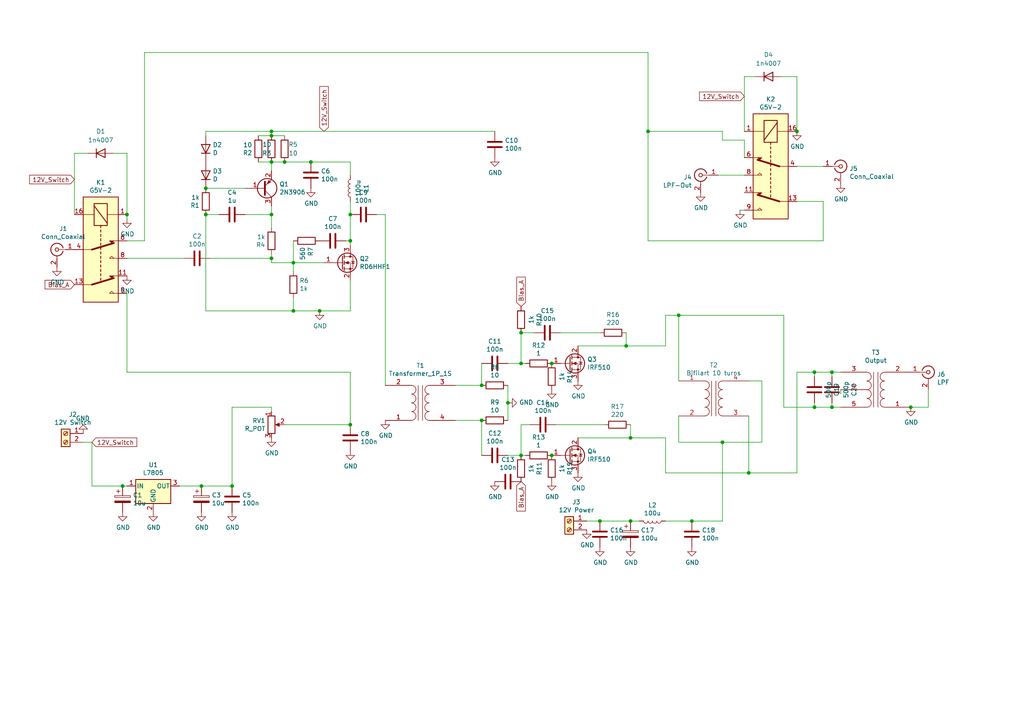
<source format=kicad_sch>
(kicad_sch (version 20211123) (generator eeschema)
  (paper "A4")
  (lib_symbols
    (symbol "Connector:Conn_Coaxial" (pin_names (offset 1.016) hide)
      (property "Reference" "J" (at 0.254 3.048 0))
      (property "Value" "Conn_Coaxial" (at 2.921 0 90))
      (symbol "Conn_Coaxial_0_1"
        (arc (start -1.778 -0.508) (mid 0.222 -1.808) (end 1.778 0) (stroke (width 0.254)))
        (polyline (pts (xy -2.54 0) (xy -0.508 0)))
        (polyline (pts (xy 0 -2.54) (xy 0 -1.778)))
        (circle (center 0 0) (radius 0.508) (stroke (width 0.2032)))
        (arc (start 1.778 0) (mid 0.2221 1.8083) (end -1.778 0.508) (stroke (width 0.254)))
      )
      (symbol "Conn_Coaxial_1_1"
        (pin passive line (at -5.08 0 0) (length 2.54) (name "In") (number "1"))
        (pin passive line (at 0 -5.08 90) (length 2.54) (name "Ext") (number "2"))
      )
    )
    (symbol "Connector:Screw_Terminal_01x02" (pin_names (offset 1.016) hide)
      (property "Reference" "J" (at 0 2.54 0))
      (property "Value" "Screw_Terminal_01x02" (at 0 -5.08 0))
      (symbol "Screw_Terminal_01x02_1_1"
        (rectangle (start -1.27 1.27) (end 1.27 -3.81) (stroke (width 0.254)) (fill (type background)))
        (circle (center 0 -2.54) (radius 0.635) (stroke (width 0.1524)))
        (polyline (pts (xy -0.5334 -2.2098) (xy 0.3302 -3.048)) (stroke (width 0.1524)))
        (polyline (pts (xy -0.5334 0.3302) (xy 0.3302 -0.508)) (stroke (width 0.1524)))
        (polyline (pts (xy -0.3556 -2.032) (xy 0.508 -2.8702)) (stroke (width 0.1524)))
        (polyline (pts (xy -0.3556 0.508) (xy 0.508 -0.3302)) (stroke (width 0.1524)))
        (circle (center 0 0) (radius 0.635) (stroke (width 0.1524)))
        (pin passive line (at -5.08 0 0) (length 3.81) (name "Pin_1") (number "1"))
        (pin passive line (at -5.08 -2.54 0) (length 3.81) (name "Pin_2") (number "2"))
      )
    )
    (symbol "Device:C" (pin_numbers hide) (pin_names (offset 0.254))
      (property "Reference" "C" (at 0.635 2.54 0))
      (property "Value" "C" (at 0.635 -2.54 0))
      (symbol "C_0_1"
        (polyline (pts (xy -2.032 -0.762) (xy 2.032 -0.762)) (stroke (width 0.508)))
        (polyline (pts (xy -2.032 0.762) (xy 2.032 0.762)) (stroke (width 0.508)))
      )
      (symbol "C_1_1"
        (pin passive line (at 0 3.81 270) (length 2.794) (name "~") (number "1"))
        (pin passive line (at 0 -3.81 90) (length 2.794) (name "~") (number "2"))
      )
    )
    (symbol "Device:CP" (pin_numbers hide) (pin_names (offset 0.254))
      (property "Reference" "C" (at 0.635 2.54 0))
      (property "Value" "Device_CP" (at 0.635 -2.54 0))
      (symbol "CP_0_1"
        (rectangle (start -2.286 0.508) (end 2.286 1.016))
        (polyline (pts (xy -1.778 2.286) (xy -0.762 2.286)))
        (polyline (pts (xy -1.27 2.794) (xy -1.27 1.778)))
        (rectangle (start 2.286 -0.508) (end -2.286 -1.016) (fill (type outline)))
      )
      (symbol "CP_1_1"
        (pin passive line (at 0 3.81 270) (length 2.794) (name "~") (number "1"))
        (pin passive line (at 0 -3.81 90) (length 2.794) (name "~") (number "2"))
      )
    )
    (symbol "Device:D" (pin_numbers hide) (pin_names (offset 1.016) hide)
      (property "Reference" "D" (at 0 2.54 0))
      (property "Value" "D" (at 0 -2.54 0))
      (symbol "D_0_1"
        (polyline (pts (xy -1.27 1.27) (xy -1.27 -1.27)) (stroke (width 0.254)))
        (polyline (pts (xy 1.27 0) (xy -1.27 0)))
        (polyline (pts (xy 1.27 1.27) (xy 1.27 -1.27) (xy -1.27 0) (xy 1.27 1.27)) (stroke (width 0.254)))
      )
      (symbol "D_1_1"
        (pin passive line (at -3.81 0 0) (length 2.54) (name "K") (number "1"))
        (pin passive line (at 3.81 0 180) (length 2.54) (name "A") (number "2"))
      )
    )
    (symbol "Device:L" (pin_numbers hide) (pin_names (offset 1.016) hide)
      (property "Reference" "L" (at -1.27 0 90))
      (property "Value" "L" (at 1.905 0 90))
      (symbol "L_0_1"
        (arc (start 0 -2.54) (mid 0.635 -1.905) (end 0 -1.27))
        (arc (start 0 -1.27) (mid 0.635 -0.635) (end 0 0))
        (arc (start 0 0) (mid 0.635 0.635) (end 0 1.27))
        (arc (start 0 1.27) (mid 0.635 1.905) (end 0 2.54))
      )
      (symbol "L_1_1"
        (pin passive line (at 0 3.81 270) (length 1.27) (name "1") (number "1"))
        (pin passive line (at 0 -3.81 90) (length 1.27) (name "2") (number "2"))
      )
    )
    (symbol "Device:Q_NMOS_GSD" (pin_names (offset 0) hide)
      (property "Reference" "Q" (at 5.08 1.27 0))
      (property "Value" "Q_NMOS_GSD" (at 5.08 -1.27 0))
      (symbol "Q_NMOS_GSD_0_1"
        (polyline (pts (xy 0.254 0) (xy -2.54 0)))
        (polyline (pts (xy 0.254 1.905) (xy 0.254 -1.905)) (stroke (width 0.254)))
        (polyline (pts (xy 0.762 -1.27) (xy 0.762 -2.286)) (stroke (width 0.254)))
        (polyline (pts (xy 0.762 0.508) (xy 0.762 -0.508)) (stroke (width 0.254)))
        (polyline (pts (xy 0.762 2.286) (xy 0.762 1.27)) (stroke (width 0.254)))
        (polyline (pts (xy 2.54 2.54) (xy 2.54 1.778)))
        (polyline (pts (xy 2.54 -2.54) (xy 2.54 0) (xy 0.762 0)))
        (polyline (pts (xy 0.762 -1.778) (xy 3.302 -1.778) (xy 3.302 1.778) (xy 0.762 1.778)))
        (polyline (pts (xy 1.016 0) (xy 2.032 0.381) (xy 2.032 -0.381) (xy 1.016 0)) (fill (type outline)))
        (polyline (pts (xy 2.794 0.508) (xy 2.921 0.381) (xy 3.683 0.381) (xy 3.81 0.254)))
        (polyline (pts (xy 3.302 0.381) (xy 2.921 -0.254) (xy 3.683 -0.254) (xy 3.302 0.381)))
        (circle (center 1.651 0) (radius 2.794) (stroke (width 0.254)))
        (circle (center 2.54 -1.778) (radius 0.254) (fill (type outline)))
        (circle (center 2.54 1.778) (radius 0.254) (fill (type outline)))
      )
      (symbol "Q_NMOS_GSD_1_1"
        (pin input line (at -5.08 0 0) (length 2.54) (name "G") (number "1"))
        (pin passive line (at 2.54 -5.08 90) (length 2.54) (name "S") (number "2"))
        (pin passive line (at 2.54 5.08 270) (length 2.54) (name "D") (number "3"))
      )
    )
    (symbol "Device:R" (pin_numbers hide) (pin_names (offset 0))
      (property "Reference" "R" (at 2.032 0 90))
      (property "Value" "R" (at 0 0 90))
      (symbol "R_0_1"
        (rectangle (start -1.016 -2.54) (end 1.016 2.54) (stroke (width 0.254)))
      )
      (symbol "R_1_1"
        (pin passive line (at 0 3.81 270) (length 1.27) (name "~") (number "1"))
        (pin passive line (at 0 -3.81 90) (length 1.27) (name "~") (number "2"))
      )
    )
    (symbol "Device:R_POT" (pin_names (offset 1.016) hide)
      (property "Reference" "RV" (at -4.445 0 90))
      (property "Value" "Device_R_POT" (at -2.54 0 90))
      (symbol "R_POT_0_1"
        (polyline (pts (xy 2.54 0) (xy 1.524 0)))
        (polyline (pts (xy 1.143 0) (xy 2.286 0.508) (xy 2.286 -0.508) (xy 1.143 0)) (fill (type outline)))
        (rectangle (start 1.016 2.54) (end -1.016 -2.54) (stroke (width 0.254)))
      )
      (symbol "R_POT_1_1"
        (pin passive line (at 0 3.81 270) (length 1.27) (name "1") (number "1"))
        (pin passive line (at 3.81 0 180) (length 1.27) (name "2") (number "2"))
        (pin passive line (at 0 -3.81 90) (length 1.27) (name "3") (number "3"))
      )
    )
    (symbol "Device:Transformer_1P_1S" (pin_names (offset 1.016) hide)
      (property "Reference" "T" (at 0 6.35 0))
      (property "Value" "Transformer_1P_1S" (at 0 -7.62 0))
      (symbol "Transformer_1P_1S_0_1"
        (arc (start -2.54 -5.0546) (mid -1.6561 -4.6863) (end -1.27 -3.81))
        (arc (start -2.54 -2.5146) (mid -1.6561 -2.1463) (end -1.27 -1.27))
        (arc (start -2.54 0.0254) (mid -1.6561 0.3937) (end -1.27 1.27))
        (arc (start -2.54 2.5654) (mid -1.6561 2.9337) (end -1.27 3.81))
        (arc (start -1.27 -3.81) (mid -1.642 -2.912) (end -2.54 -2.54))
        (arc (start -1.27 -1.27) (mid -1.642 -0.372) (end -2.54 0))
        (arc (start -1.27 1.27) (mid -1.642 2.168) (end -2.54 2.54))
        (arc (start -1.27 3.81) (mid -1.642 4.708) (end -2.54 5.08))
        (polyline (pts (xy -0.635 5.08) (xy -0.635 -5.08)))
        (polyline (pts (xy 0.635 -5.08) (xy 0.635 5.08)))
        (arc (start 1.2954 -1.27) (mid 1.6599 -2.1501) (end 2.54 -2.5146))
        (arc (start 1.2954 1.27) (mid 1.6599 0.3899) (end 2.54 0.0254))
        (arc (start 1.2954 3.81) (mid 1.6599 2.9299) (end 2.54 2.5654))
        (arc (start 1.3208 -3.81) (mid 1.6853 -4.6901) (end 2.5654 -5.0546))
        (arc (start 2.54 0) (mid 1.6456 -0.3683) (end 1.2954 -1.27))
        (arc (start 2.54 2.54) (mid 1.6456 2.1717) (end 1.2954 1.27))
        (arc (start 2.54 5.08) (mid 1.6456 4.7117) (end 1.2954 3.81))
        (arc (start 2.5654 -2.54) (mid 1.671 -2.9083) (end 1.3208 -3.81))
      )
      (symbol "Transformer_1P_1S_1_1"
        (pin passive line (at -10.16 5.08 0) (length 7.62) (name "AA") (number "1"))
        (pin passive line (at -10.16 -5.08 0) (length 7.62) (name "AB") (number "2"))
        (pin passive line (at 10.16 -5.08 180) (length 7.62) (name "SA") (number "3"))
        (pin passive line (at 10.16 5.08 180) (length 7.62) (name "SB") (number "4"))
      )
    )
    (symbol "Device:Transformer_1P_SS" (pin_names (offset 1.016) hide)
      (property "Reference" "T" (at 0 6.35 0))
      (property "Value" "Transformer_1P_SS" (at 0 -7.62 0))
      (symbol "Transformer_1P_SS_0_1"
        (arc (start -2.54 -5.0546) (mid -1.6561 -4.6863) (end -1.27 -3.81))
        (arc (start -2.54 -2.5146) (mid -1.6561 -2.1463) (end -1.27 -1.27))
        (arc (start -2.54 0.0254) (mid -1.6561 0.3937) (end -1.27 1.27))
        (arc (start -2.54 2.5654) (mid -1.6561 2.9337) (end -1.27 3.81))
        (arc (start -1.27 -3.81) (mid -1.642 -2.912) (end -2.54 -2.54))
        (arc (start -1.27 -1.27) (mid -1.642 -0.372) (end -2.54 0))
        (arc (start -1.27 1.27) (mid -1.642 2.168) (end -2.54 2.54))
        (arc (start -1.27 3.81) (mid -1.642 4.708) (end -2.54 5.08))
        (polyline (pts (xy -0.635 5.08) (xy -0.635 -5.08)))
        (polyline (pts (xy 0.635 -5.08) (xy 0.635 5.08)))
        (arc (start 1.2954 -1.27) (mid 1.6599 -2.1501) (end 2.54 -2.5146))
        (arc (start 1.2954 1.27) (mid 1.6599 0.3899) (end 2.54 0.0254))
        (arc (start 1.2954 3.81) (mid 1.6599 2.9299) (end 2.54 2.5654))
        (arc (start 1.3208 -3.81) (mid 1.6853 -4.6901) (end 2.5654 -5.0546))
        (arc (start 2.54 0) (mid 1.6456 -0.3683) (end 1.2954 -1.27))
        (arc (start 2.54 2.54) (mid 1.6456 2.1717) (end 1.2954 1.27))
        (arc (start 2.54 5.08) (mid 1.6456 4.7117) (end 1.2954 3.81))
        (arc (start 2.5654 -2.54) (mid 1.671 -2.9083) (end 1.3208 -3.81))
      )
      (symbol "Transformer_1P_SS_1_1"
        (pin passive line (at -10.16 5.08 0) (length 7.62) (name "AA") (number "1"))
        (pin passive line (at -10.16 -5.08 0) (length 7.62) (name "AB") (number "2"))
        (pin passive line (at 10.16 -5.08 180) (length 7.62) (name "SA") (number "3"))
        (pin passive line (at 10.16 0 180) (length 7.62) (name "SC") (number "4"))
        (pin passive line (at 10.16 5.08 180) (length 7.62) (name "SB") (number "5"))
      )
    )
    (symbol "Regulator_Linear:L7805" (pin_names (offset 0.254))
      (property "Reference" "U" (at -3.81 3.175 0))
      (property "Value" "L7805" (at 0 3.175 0))
      (symbol "L7805_0_1"
        (rectangle (start -5.08 1.905) (end 5.08 -5.08) (stroke (width 0.254)) (fill (type background)))
      )
      (symbol "L7805_1_1"
        (pin power_in line (at -7.62 0 0) (length 2.54) (name "IN") (number "1"))
        (pin power_in line (at 0 -7.62 90) (length 2.54) (name "GND") (number "2"))
        (pin power_out line (at 7.62 0 180) (length 2.54) (name "OUT") (number "3"))
      )
    )
    (symbol "Relay:G5V-2"
      (property "Reference" "K" (at 16.51 3.81 0))
      (property "Value" "G5V-2" (at 16.51 1.27 0))
      (symbol "G5V-2_0_1"
        (rectangle (start -15.24 5.08) (end 15.24 -5.08) (stroke (width 0.254)) (fill (type background)))
        (rectangle (start -13.335 1.905) (end -6.985 -1.905) (stroke (width 0.254)))
        (polyline (pts (xy -12.7 -1.905) (xy -7.62 1.905)) (stroke (width 0.254)))
        (polyline (pts (xy -10.16 -5.08) (xy -10.16 -1.905)))
        (polyline (pts (xy -10.16 5.08) (xy -10.16 1.905)))
        (polyline (pts (xy -6.985 0) (xy -6.35 0)) (stroke (width 0.254)))
        (polyline (pts (xy -5.715 0) (xy -5.08 0)) (stroke (width 0.254)))
        (polyline (pts (xy -4.445 0) (xy -3.81 0)) (stroke (width 0.254)))
        (polyline (pts (xy -3.175 0) (xy -2.54 0)) (stroke (width 0.254)))
        (polyline (pts (xy -1.905 0) (xy -1.27 0)) (stroke (width 0.254)))
        (polyline (pts (xy -0.635 0) (xy 0 0)) (stroke (width 0.254)))
        (polyline (pts (xy 0 -2.54) (xy -1.905 3.81)) (stroke (width 0.508)))
        (polyline (pts (xy 0 -2.54) (xy 0 -5.08)))
        (polyline (pts (xy 0.635 0) (xy 1.27 0)) (stroke (width 0.254)))
        (polyline (pts (xy 1.905 0) (xy 2.54 0)) (stroke (width 0.254)))
        (polyline (pts (xy 3.175 0) (xy 3.81 0)) (stroke (width 0.254)))
        (polyline (pts (xy 4.445 0) (xy 5.08 0)) (stroke (width 0.254)))
        (polyline (pts (xy 5.715 0) (xy 6.35 0)) (stroke (width 0.254)))
        (polyline (pts (xy 6.985 0) (xy 7.62 0)) (stroke (width 0.254)))
        (polyline (pts (xy 8.255 0) (xy 8.89 0)) (stroke (width 0.254)))
        (polyline (pts (xy 10.16 -2.54) (xy 8.255 3.81)) (stroke (width 0.508)))
        (polyline (pts (xy 10.16 -2.54) (xy 10.16 -5.08)))
        (polyline (pts (xy -2.54 5.08) (xy -2.54 2.54) (xy -1.905 3.175) (xy -2.54 3.81)) (fill (type outline)))
        (polyline (pts (xy 2.54 5.08) (xy 2.54 2.54) (xy 1.905 3.175) (xy 2.54 3.81)))
        (polyline (pts (xy 7.62 5.08) (xy 7.62 2.54) (xy 8.255 3.175) (xy 7.62 3.81)) (fill (type outline)))
        (polyline (pts (xy 12.7 5.08) (xy 12.7 2.54) (xy 12.065 3.175) (xy 12.7 3.81)))
      )
      (symbol "G5V-2_1_1"
        (pin passive line (at -10.16 7.62 270) (length 2.54) (name "~") (number "1"))
        (pin passive line (at 7.62 7.62 270) (length 2.54) (name "~") (number "11"))
        (pin passive line (at 10.16 -7.62 90) (length 2.54) (name "~") (number "13"))
        (pin passive line (at -10.16 -7.62 90) (length 2.54) (name "~") (number "16"))
        (pin passive line (at 0 -7.62 90) (length 2.54) (name "~") (number "4"))
        (pin passive line (at -2.54 7.62 270) (length 2.54) (name "~") (number "6"))
        (pin passive line (at 2.54 7.62 270) (length 2.54) (name "~") (number "8"))
        (pin passive line (at 12.7 7.62 270) (length 2.54) (name "~") (number "9"))
      )
    )
    (symbol "Transistor_FET:IRF540N" (pin_names hide)
      (property "Reference" "Q" (at 6.35 1.905 0))
      (property "Value" "IRF540N" (at 6.35 0 0))
      (symbol "IRF540N_0_1"
        (polyline (pts (xy 0.254 0) (xy -2.54 0)))
        (polyline (pts (xy 0.254 1.905) (xy 0.254 -1.905)) (stroke (width 0.254)))
        (polyline (pts (xy 0.762 -1.27) (xy 0.762 -2.286)) (stroke (width 0.254)))
        (polyline (pts (xy 0.762 0.508) (xy 0.762 -0.508)) (stroke (width 0.254)))
        (polyline (pts (xy 0.762 2.286) (xy 0.762 1.27)) (stroke (width 0.254)))
        (polyline (pts (xy 2.54 2.54) (xy 2.54 1.778)))
        (polyline (pts (xy 2.54 -2.54) (xy 2.54 0) (xy 0.762 0)))
        (polyline (pts (xy 0.762 -1.778) (xy 3.302 -1.778) (xy 3.302 1.778) (xy 0.762 1.778)))
        (polyline (pts (xy 1.016 0) (xy 2.032 0.381) (xy 2.032 -0.381) (xy 1.016 0)) (fill (type outline)))
        (polyline (pts (xy 2.794 0.508) (xy 2.921 0.381) (xy 3.683 0.381) (xy 3.81 0.254)))
        (polyline (pts (xy 3.302 0.381) (xy 2.921 -0.254) (xy 3.683 -0.254) (xy 3.302 0.381)))
        (circle (center 1.651 0) (radius 2.794) (stroke (width 0.254)))
        (circle (center 2.54 -1.778) (radius 0.254) (fill (type outline)))
        (circle (center 2.54 1.778) (radius 0.254) (fill (type outline)))
      )
      (symbol "IRF540N_1_1"
        (pin input line (at -5.08 0 0) (length 2.54) (name "G") (number "1"))
        (pin passive line (at 2.54 5.08 270) (length 2.54) (name "D") (number "2"))
        (pin passive line (at 2.54 -5.08 90) (length 2.54) (name "S") (number "3"))
      )
    )
    (symbol "power:GND" (power) (pin_names (offset 0))
      (property "Value" "GND" (at 0 -3.81 0))
      (symbol "GND_0_1"
        (polyline (pts (xy 0 0) (xy 0 -1.27) (xy 1.27 -1.27) (xy 0 -2.54) (xy -1.27 -1.27) (xy 0 -1.27)))
      )
      (symbol "GND_1_1"
        (pin power_in line (at 0 0 270) (length 0) hide (name "GND") (number "1"))
      )
    )
    (symbol "tube:2N3906_SOT23" (pin_names (offset 0) hide)
      (property "Reference" "Q" (at 5.08 1.905 0))
      (property "Value" "2N3906_SOT23" (at 5.08 0 0))
      (symbol "2N3906_SOT23_0_1"
        (polyline (pts (xy 0.635 0.635) (xy 2.54 2.54)))
        (polyline (pts (xy 0.635 -0.635) (xy 2.54 -2.54) (xy 2.54 -2.54)))
        (polyline (pts (xy 0.635 1.905) (xy 0.635 -1.905) (xy 0.635 -1.905)) (stroke (width 0.508)))
        (polyline (pts (xy 2.286 -1.778) (xy 1.778 -2.286) (xy 1.27 -1.27) (xy 2.286 -1.778) (xy 2.286 -1.778)) (fill (type outline)))
        (circle (center 1.27 0) (radius 2.8194) (stroke (width 0.254)))
      )
      (symbol "2N3906_SOT23_1_1"
        (pin input line (at -5.08 0 0) (length 5.715) (name "B") (number "1"))
        (pin passive line (at 2.54 -5.08 90) (length 2.54) (name "E") (number "2"))
        (pin passive line (at 2.54 5.08 270) (length 2.54) (name "C") (number "3"))
      )
    )
  )
  (junction (at 209.55 128.27))
  (junction (at 59.69 62.23))
  (junction (at 58.42 140.97))
  (junction (at 101.6 123.19))
  (junction (at 139.7 111.76))
  (junction (at 78.74 62.23))
  (junction (at 67.31 140.97))
  (junction (at 181.61 100.33))
  (junction (at 139.7 121.92))
  (junction (at 187.96 38.1))
  (junction (at 101.6 69.85))
  (junction (at 241.3 118.11))
  (junction (at 200.66 151.13))
  (junction (at 151.13 105.41))
  (junction (at 196.85 91.44))
  (junction (at 78.74 39.37))
  (junction (at 151.13 96.52))
  (junction (at 173.99 151.13))
  (junction (at 236.22 118.11))
  (junction (at 85.09 76.2))
  (junction (at 182.88 127))
  (junction (at 78.74 46.99))
  (junction (at 90.17 46.99))
  (junction (at 78.74 38.1))
  (junction (at 160.02 105.41))
  (junction (at 59.69 54.61))
  (junction (at 36.83 62.23))
  (junction (at 92.71 90.17))
  (junction (at 231.14 38.1))
  (junction (at 78.74 74.93))
  (junction (at 217.17 137.16))
  (junction (at 241.3 107.95))
  (junction (at 147.32 116.84))
  (junction (at 85.09 90.17))
  (junction (at 151.13 132.08))
  (junction (at 264.16 118.11))
  (junction (at 101.6 62.23))
  (junction (at 236.22 107.95))
  (junction (at 182.88 151.13))
  (junction (at 82.55 46.99))
  (junction (at 160.02 132.08))
  (junction (at 35.56 140.97))
  (wire (pts (xy 153.67 123.19) (xy 151.13 123.19)))
  (wire (pts (xy 78.74 118.11) (xy 78.74 119.38)))
  (wire (pts (xy 90.17 46.99) (xy 101.6 46.99)))
  (wire (pts (xy 196.85 110.49) (xy 196.85 91.44)))
  (wire (pts (xy 101.6 58.42) (xy 101.6 62.23)))
  (wire (pts (xy 59.69 90.17) (xy 85.09 90.17)))
  (wire (pts (xy 196.85 120.65) (xy 196.85 128.27)))
  (wire (pts (xy 209.55 38.1) (xy 209.55 40.64)))
  (wire (pts (xy 52.07 140.97) (xy 58.42 140.97)))
  (wire (pts (xy 74.93 39.37) (xy 78.74 39.37)))
  (wire (pts (xy 21.59 44.45) (xy 25.4 44.45)))
  (wire (pts (xy 187.96 15.24) (xy 187.96 38.1)))
  (wire (pts (xy 217.17 120.65) (xy 217.17 137.16)))
  (wire (pts (xy 33.02 44.45) (xy 36.83 44.45)))
  (wire (pts (xy 226.695 22.225) (xy 231.14 22.225)))
  (wire (pts (xy 111.76 62.23) (xy 109.22 62.23)))
  (wire (pts (xy 227.33 91.44) (xy 227.33 118.11)))
  (wire (pts (xy 78.74 38.1) (xy 143.51 38.1)))
  (wire (pts (xy 193.04 127) (xy 193.04 137.16)))
  (wire (pts (xy 236.22 107.95) (xy 241.3 107.95)))
  (wire (pts (xy 193.04 91.44) (xy 193.04 100.33)))
  (wire (pts (xy 193.04 151.13) (xy 200.66 151.13)))
  (wire (pts (xy 78.74 39.37) (xy 82.55 39.37)))
  (wire (pts (xy 139.7 132.08) (xy 139.7 121.92)))
  (wire (pts (xy 187.96 38.1) (xy 187.96 69.85)))
  (wire (pts (xy 71.12 62.23) (xy 78.74 62.23)))
  (wire (pts (xy 147.32 132.08) (xy 151.13 132.08)))
  (wire (pts (xy 100.33 69.85) (xy 101.6 69.85)))
  (wire (pts (xy 154.94 96.52) (xy 151.13 96.52)))
  (wire (pts (xy 220.98 128.27) (xy 220.98 110.49)))
  (wire (pts (xy 147.32 105.41) (xy 151.13 105.41)))
  (wire (pts (xy 59.69 54.61) (xy 71.12 54.61)))
  (wire (pts (xy 214.63 60.96) (xy 215.9 60.96)))
  (wire (pts (xy 35.56 140.97) (xy 36.83 140.97)))
  (wire (pts (xy 208.28 50.8) (xy 215.9 50.8)))
  (wire (pts (xy 243.84 114.3) (xy 243.84 113.03)))
  (wire (pts (xy 82.55 123.19) (xy 101.6 123.19)))
  (wire (pts (xy 215.9 38.1) (xy 215.9 22.225)))
  (wire (pts (xy 58.42 140.97) (xy 67.31 140.97)))
  (wire (pts (xy 101.6 62.23) (xy 101.6 69.85)))
  (wire (pts (xy 187.96 69.85) (xy 238.76 69.85)))
  (wire (pts (xy 59.69 39.37) (xy 59.69 38.1)))
  (wire (pts (xy 26.67 140.97) (xy 35.56 140.97)))
  (wire (pts (xy 227.33 91.44) (xy 196.85 91.44)))
  (wire (pts (xy 78.74 73.66) (xy 78.74 74.93)))
  (wire (pts (xy 78.74 74.93) (xy 78.74 76.2)))
  (wire (pts (xy 78.74 39.37) (xy 78.74 38.1)))
  (wire (pts (xy 209.55 128.27) (xy 209.55 151.13)))
  (wire (pts (xy 101.6 46.99) (xy 101.6 50.8)))
  (wire (pts (xy 63.5 62.23) (xy 59.69 62.23)))
  (wire (pts (xy 231.14 107.95) (xy 236.22 107.95)))
  (wire (pts (xy 181.61 100.33) (xy 193.04 100.33)))
  (wire (pts (xy 36.83 63.5) (xy 36.83 62.23)))
  (wire (pts (xy 78.74 46.99) (xy 78.74 49.53)))
  (wire (pts (xy 238.76 58.42) (xy 231.14 58.42)))
  (wire (pts (xy 101.6 107.95) (xy 101.6 123.19)))
  (wire (pts (xy 217.17 137.16) (xy 231.14 137.16)))
  (wire (pts (xy 67.31 118.11) (xy 67.31 140.97)))
  (wire (pts (xy 173.99 96.52) (xy 162.56 96.52)))
  (wire (pts (xy 196.85 128.27) (xy 209.55 128.27)))
  (wire (pts (xy 21.59 62.23) (xy 21.59 44.45)))
  (wire (pts (xy 151.13 96.52) (xy 151.13 105.41)))
  (wire (pts (xy 200.66 151.13) (xy 209.55 151.13)))
  (wire (pts (xy 78.74 62.23) (xy 78.74 59.69)))
  (wire (pts (xy 85.09 90.17) (xy 92.71 90.17)))
  (wire (pts (xy 147.32 111.76) (xy 147.32 116.84)))
  (wire (pts (xy 36.83 85.09) (xy 36.83 107.95)))
  (wire (pts (xy 151.13 132.08) (xy 152.4 132.08)))
  (wire (pts (xy 173.99 151.13) (xy 170.18 151.13)))
  (wire (pts (xy 67.31 118.11) (xy 78.74 118.11)))
  (wire (pts (xy 111.76 62.23) (xy 111.76 111.76)))
  (wire (pts (xy 209.55 40.64) (xy 215.9 40.64)))
  (wire (pts (xy 85.09 76.2) (xy 93.98 76.2)))
  (wire (pts (xy 36.83 74.93) (xy 53.34 74.93)))
  (wire (pts (xy 36.83 44.45) (xy 36.83 62.23)))
  (wire (pts (xy 41.91 15.24) (xy 41.91 69.85)))
  (wire (pts (xy 231.14 137.16) (xy 231.14 107.95)))
  (wire (pts (xy 209.55 128.27) (xy 220.98 128.27)))
  (wire (pts (xy 220.98 110.49) (xy 217.17 110.49)))
  (wire (pts (xy 167.64 100.33) (xy 181.61 100.33)))
  (wire (pts (xy 147.32 116.84) (xy 147.32 121.92)))
  (wire (pts (xy 236.22 116.84) (xy 236.22 118.11)))
  (wire (pts (xy 78.74 62.23) (xy 78.74 66.04)))
  (wire (pts (xy 269.24 118.11) (xy 269.24 113.03)))
  (wire (pts (xy 173.99 151.13) (xy 182.88 151.13)))
  (wire (pts (xy 167.64 127) (xy 182.88 127)))
  (wire (pts (xy 36.83 107.95) (xy 101.6 107.95)))
  (wire (pts (xy 78.74 76.2) (xy 85.09 76.2)))
  (wire (pts (xy 85.09 78.74) (xy 85.09 76.2)))
  (wire (pts (xy 182.88 123.19) (xy 182.88 127)))
  (wire (pts (xy 36.83 69.85) (xy 41.91 69.85)))
  (wire (pts (xy 92.71 90.17) (xy 101.6 90.17)))
  (wire (pts (xy 231.14 22.225) (xy 231.14 38.1)))
  (wire (pts (xy 139.7 111.76) (xy 139.7 105.41)))
  (wire (pts (xy 182.88 127) (xy 193.04 127)))
  (wire (pts (xy 236.22 109.22) (xy 236.22 107.95)))
  (wire (pts (xy 241.3 107.95) (xy 243.84 107.95)))
  (wire (pts (xy 78.74 46.99) (xy 82.55 46.99)))
  (wire (pts (xy 161.29 123.19) (xy 175.26 123.19)))
  (wire (pts (xy 85.09 69.85) (xy 85.09 76.2)))
  (wire (pts (xy 227.33 118.11) (xy 236.22 118.11)))
  (wire (pts (xy 101.6 81.28) (xy 101.6 90.17)))
  (wire (pts (xy 151.13 105.41) (xy 152.4 105.41)))
  (wire (pts (xy 151.13 123.19) (xy 151.13 132.08)))
  (wire (pts (xy 132.08 121.92) (xy 139.7 121.92)))
  (wire (pts (xy 85.09 86.36) (xy 85.09 90.17)))
  (wire (pts (xy 181.61 96.52) (xy 181.61 100.33)))
  (wire (pts (xy 215.9 40.64) (xy 215.9 45.72)))
  (wire (pts (xy 24.13 128.27) (xy 26.67 128.27)))
  (wire (pts (xy 193.04 137.16) (xy 217.17 137.16)))
  (wire (pts (xy 60.96 74.93) (xy 78.74 74.93)))
  (wire (pts (xy 196.85 91.44) (xy 193.04 91.44)))
  (wire (pts (xy 187.96 38.1) (xy 209.55 38.1)))
  (wire (pts (xy 132.08 111.76) (xy 139.7 111.76)))
  (wire (pts (xy 264.16 118.11) (xy 269.24 118.11)))
  (wire (pts (xy 215.9 22.225) (xy 219.075 22.225)))
  (wire (pts (xy 74.93 46.99) (xy 78.74 46.99)))
  (wire (pts (xy 238.76 69.85) (xy 238.76 58.42)))
  (wire (pts (xy 241.3 109.22) (xy 241.3 107.95)))
  (wire (pts (xy 241.3 116.84) (xy 241.3 118.11)))
  (wire (pts (xy 231.14 48.26) (xy 238.76 48.26)))
  (wire (pts (xy 26.67 128.27) (xy 26.67 140.97)))
  (wire (pts (xy 41.91 15.24) (xy 187.96 15.24)))
  (wire (pts (xy 59.69 38.1) (xy 78.74 38.1)))
  (wire (pts (xy 82.55 46.99) (xy 90.17 46.99)))
  (wire (pts (xy 241.3 118.11) (xy 243.84 118.11)))
  (wire (pts (xy 182.88 151.13) (xy 185.42 151.13)))
  (wire (pts (xy 59.69 62.23) (xy 59.69 90.17)))
  (wire (pts (xy 101.6 69.85) (xy 101.6 71.12)))
  (wire (pts (xy 236.22 118.11) (xy 241.3 118.11)))
  (global_label "12V_Switch" (shape input) (at 93.98 38.1 90) (property "Intersheet References" "${INTERSHEET_REFS}" (effects hide)))
  (global_label "Bias_A" (shape input) (at 21.59 82.55 180) (property "Intersheet References" "${INTERSHEET_REFS}" (effects hide)))
  (global_label "Bias_A" (shape input) (at 151.13 88.9 90) (property "Intersheet References" "${INTERSHEET_REFS}" (effects hide)))
  (global_label "12V_Switch" (shape input) (at 26.67 128.27 0) (property "Intersheet References" "${INTERSHEET_REFS}" (effects hide)))
  (global_label "Bias_A" (shape input) (at 151.13 139.7 270) (property "Intersheet References" "${INTERSHEET_REFS}" (effects hide)))
  (global_label "12V_Switch" (shape input) (at 215.9 27.94 180) (property "Intersheet References" "${INTERSHEET_REFS}" (effects hide)))
  (global_label "12V_Switch" (shape input) (at 21.59 52.07 180) (property "Intersheet References" "${INTERSHEET_REFS}" (effects hide)))
  (symbol (lib_id "Device:C") (at 57.15 74.93 270) (unit 1)
    (property "Reference" "C2" (at 57.15 68.5292 90))
    (property "Value" "100n" (at 57.15 70.8406 90))
    (property "Footprint" "Capacitor_SMD:C_1206_3216Metric_Pad1.42x1.75mm_HandSolder" (effects hide))
  )
  (symbol (lib_id "Device:Q_NMOS_GSD") (at 99.06 76.2 0) (unit 1)
    (property "Reference" "Q2" (at 104.2924 75.0316 0) (effects (justify left)))
    (property "Value" "RD6HHF1" (at 104.2924 77.343 0) (effects (justify left)))
    (property "Footprint" "Package_TO_SOT_THT:TO-220-3_Horizontal_TabDown" (effects hide))
    (property "Spice_Primitive" "M" (effects hide))
    (property "Spice_Model" "RD16HHF1" (effects hide))
    (property "Spice_Netlist_Enabled" "Y" (effects hide))
    (property "Spice_Lib_File" "H:\\OneDrive\\tubes\\kicad\\receiver-t\\rfamp\\2N5109.LIB" (effects hide))
  )
  (symbol (lib_id "power:GND") (at 92.71 90.17 0) (unit 1)
    (property "Reference" "#PWR011" (effects hide))
    (property "Value" "GND" (at 92.837 94.5642 0))
  )
  (symbol (lib_id "Device:C") (at 143.51 41.91 180) (unit 1)
    (property "Reference" "C10" (at 146.431 40.7416 0) (effects (justify right)))
    (property "Value" "100n" (at 146.431 43.053 0) (effects (justify right)))
    (property "Footprint" "Capacitor_SMD:C_1206_3216Metric_Pad1.42x1.75mm_HandSolder" (effects hide))
  )
  (symbol (lib_id "power:GND") (at 143.51 45.72 0) (unit 1)
    (property "Reference" "#PWR014" (effects hide))
    (property "Value" "GND" (at 143.637 50.1142 0))
  )
  (symbol (lib_id "Device:R") (at 156.21 132.08 270) (unit 1)
    (property "Reference" "R13" (at 156.21 126.8222 90))
    (property "Value" "1" (at 156.21 129.1336 90))
    (property "Footprint" "Resistor_SMD:R_1206_3216Metric_Pad1.42x1.75mm_HandSolder" (effects hide))
  )
  (symbol (lib_id "Device:R") (at 156.21 105.41 270) (unit 1)
    (property "Reference" "R12" (at 156.21 100.1522 90))
    (property "Value" "1" (at 156.21 102.4636 90))
    (property "Footprint" "Resistor_SMD:R_1206_3216Metric_Pad1.42x1.75mm_HandSolder" (effects hide))
  )
  (symbol (lib_id "power:GND") (at 167.64 110.49 0) (unit 1)
    (property "Reference" "#PWR019" (effects hide))
    (property "Value" "GND" (at 167.767 114.8842 0))
  )
  (symbol (lib_id "power:GND") (at 167.64 137.16 0) (unit 1)
    (property "Reference" "#PWR020" (effects hide))
    (property "Value" "GND" (at 167.767 141.5542 0))
  )
  (symbol (lib_id "Device:C") (at 143.51 105.41 270) (unit 1)
    (property "Reference" "C11" (at 143.51 99.0092 90))
    (property "Value" "100n" (at 143.51 101.3206 90))
    (property "Footprint" "Capacitor_SMD:C_1206_3216Metric_Pad1.42x1.75mm_HandSolder" (effects hide))
  )
  (symbol (lib_id "Device:R") (at 143.51 121.92 270) (unit 1)
    (property "Reference" "R9" (at 143.51 116.6622 90))
    (property "Value" "10" (at 143.51 118.9736 90))
    (property "Footprint" "Resistor_SMD:R_1206_3216Metric_Pad1.42x1.75mm_HandSolder" (effects hide))
  )
  (symbol (lib_id "Device:R") (at 143.51 111.76 270) (unit 1)
    (property "Reference" "R8" (at 143.51 106.5022 90))
    (property "Value" "10" (at 143.51 108.8136 90))
    (property "Footprint" "Resistor_SMD:R_1206_3216Metric_Pad1.42x1.75mm_HandSolder" (effects hide))
  )
  (symbol (lib_id "power:GND") (at 147.32 116.84 90) (unit 1)
    (property "Reference" "#PWR016" (effects hide))
    (property "Value" "GND" (at 150.5712 116.713 90) (effects (justify right)))
  )
  (symbol (lib_id "power:GND") (at 111.76 121.92 0) (unit 1)
    (property "Reference" "#PWR013" (effects hide))
    (property "Value" "GND" (at 111.887 126.3142 0))
  )
  (symbol (lib_id "Connector:Conn_Coaxial") (at 16.51 72.39 0) (mirror y) (unit 1)
    (property "Reference" "J1" (at 18.3388 66.3448 0))
    (property "Value" "Conn_Coaxial" (at 18.3388 68.6562 0))
    (property "Footprint" "Connector_Coaxial:SMA_Amphenol_132134_Vertical" (effects hide))
    (property "Datasheet" " ~" (effects hide))
  )
  (symbol (lib_id "power:GND") (at 16.51 77.47 0) (unit 1)
    (property "Reference" "#PWR01" (effects hide))
    (property "Value" "GND" (at 16.637 81.8642 0))
  )
  (symbol (lib_id "Device:R") (at 151.13 92.71 180) (unit 1)
    (property "Reference" "R10" (at 156.3878 92.71 90))
    (property "Value" "1k" (at 154.0764 92.71 90))
    (property "Footprint" "Resistor_SMD:R_1206_3216Metric_Pad1.42x1.75mm_HandSolder" (effects hide))
  )
  (symbol (lib_id "Regulator_Linear:L7805") (at 44.45 140.97 0) (unit 1)
    (property "Reference" "U1" (at 44.45 134.8232 0))
    (property "Value" "L7805" (at 44.45 137.1346 0))
    (property "Footprint" "Package_TO_SOT_THT:TO-220-3_Vertical" (effects hide))
    (property "Datasheet" "http://www.st.com/content/ccc/resource/technical/document/datasheet/41/4f/b3/b0/12/d4/47/88/CD00000444.pdf/files/CD00000444.pdf/jcr:content/translations/en.CD00000444.pdf" (effects hide))
  )
  (symbol (lib_id "power:GND") (at 44.45 148.59 0) (unit 1)
    (property "Reference" "#PWR06" (effects hide))
    (property "Value" "GND" (at 44.577 152.9842 0))
  )
  (symbol (lib_id "Connector:Screw_Terminal_01x02") (at 19.05 125.73 0) (mirror y) (unit 1)
    (property "Reference" "J2" (at 21.1328 120.2182 0))
    (property "Value" "12V Switch" (at 21.1328 122.5296 0))
    (property "Footprint" "TerminalBlock_MetzConnect:TerminalBlock_MetzConnect_Type011_RT05502HBWC_1x02_P5.00mm_Horizontal" (effects hide))
  )
  (symbol (lib_id "Device:CP") (at 35.56 144.78 0) (unit 1)
    (property "Reference" "C1" (at 38.5572 143.6116 0) (effects (justify left)))
    (property "Value" "10u" (at 38.5572 145.923 0) (effects (justify left)))
    (property "Footprint" "Capacitor_SMD:C_1206_3216Metric_Pad1.42x1.75mm_HandSolder" (effects hide))
  )
  (symbol (lib_id "Device:CP") (at 58.42 144.78 0) (unit 1)
    (property "Reference" "C3" (at 61.4172 143.6116 0) (effects (justify left)))
    (property "Value" "10u" (at 61.4172 145.923 0) (effects (justify left)))
    (property "Footprint" "Capacitor_SMD:C_1206_3216Metric_Pad1.42x1.75mm_HandSolder" (effects hide))
  )
  (symbol (lib_id "power:GND") (at 58.42 148.59 0) (unit 1)
    (property "Reference" "#PWR07" (effects hide))
    (property "Value" "GND" (at 58.547 152.9842 0))
  )
  (symbol (lib_id "power:GND") (at 35.56 148.59 0) (unit 1)
    (property "Reference" "#PWR03" (effects hide))
    (property "Value" "GND" (at 35.687 152.9842 0))
  )
  (symbol (lib_id "Device:C") (at 67.31 144.78 180) (unit 1)
    (property "Reference" "C5" (at 70.231 143.6116 0) (effects (justify right)))
    (property "Value" "100n" (at 70.231 145.923 0) (effects (justify right)))
    (property "Footprint" "Capacitor_SMD:C_1206_3216Metric_Pad1.42x1.75mm_HandSolder" (effects hide))
  )
  (symbol (lib_id "power:GND") (at 67.31 148.59 0) (unit 1)
    (property "Reference" "#PWR08" (effects hide))
    (property "Value" "GND" (at 67.437 152.9842 0))
  )
  (symbol (lib_id "Device:R_POT") (at 78.74 123.19 0) (unit 1)
    (property "Reference" "RV1" (at 76.9874 122.0216 0) (effects (justify right)))
    (property "Value" "R_POT" (at 76.9874 124.333 0) (effects (justify right)))
    (property "Footprint" "Potentiometer_THT:Potentiometer_Bourns_3296W_Vertical" (effects hide))
  )
  (symbol (lib_id "power:GND") (at 78.74 127 0) (unit 1)
    (property "Reference" "#PWR09" (effects hide))
    (property "Value" "GND" (at 78.867 131.3942 0))
  )
  (symbol (lib_id "Device:C") (at 101.6 127 180) (unit 1)
    (property "Reference" "C8" (at 104.521 125.8316 0) (effects (justify right)))
    (property "Value" "100n" (at 104.521 128.143 0) (effects (justify right)))
    (property "Footprint" "Capacitor_SMD:C_1206_3216Metric_Pad1.42x1.75mm_HandSolder" (effects hide))
  )
  (symbol (lib_id "power:GND") (at 101.6 130.81 0) (unit 1)
    (property "Reference" "#PWR012" (effects hide))
    (property "Value" "GND" (at 101.727 135.2042 0))
  )
  (symbol (lib_id "Connector:Conn_Coaxial") (at 243.84 48.26 0) (unit 1)
    (property "Reference" "J5" (at 246.38 48.895 0) (effects (justify left)))
    (property "Value" "Conn_Coaxial" (at 246.38 51.2064 0) (effects (justify left)))
    (property "Footprint" "Connector_Coaxial:SMA_Amphenol_132134_Vertical" (effects hide))
    (property "Datasheet" " ~" (effects hide))
  )
  (symbol (lib_id "power:GND") (at 264.16 118.11 0) (unit 1)
    (property "Reference" "#PWR029" (effects hide))
    (property "Value" "GND" (at 264.287 122.5042 0))
  )
  (symbol (lib_id "power:GND") (at 243.84 53.34 0) (unit 1)
    (property "Reference" "#PWR028" (effects hide))
    (property "Value" "GND" (at 243.967 57.7342 0))
  )
  (symbol (lib_id "Relay:G5V-2") (at 29.21 72.39 270) (unit 1)
    (property "Reference" "K1" (at 29.21 52.9082 90))
    (property "Value" "G5V-2" (at 29.21 55.2196 90))
    (property "Footprint" "Relay_THT:Relay_DPDT_Omron_G5V-2" (effects hide))
    (property "Datasheet" "http://omronfs.omron.com/en_US/ecb/products/pdf/en-g5v_2.pdf" (effects hide))
  )
  (symbol (lib_id "power:GND") (at 36.83 63.5 0) (unit 1)
    (property "Reference" "#PWR04" (effects hide))
    (property "Value" "GND" (at 36.957 67.8942 0))
  )
  (symbol (lib_id "power:GND") (at 24.13 125.73 180) (unit 1)
    (property "Reference" "#PWR02" (effects hide))
    (property "Value" "GND" (at 24.003 121.3358 0))
  )
  (symbol (lib_id "Connector:Screw_Terminal_01x02") (at 165.1 151.13 0) (mirror y) (unit 1)
    (property "Reference" "J3" (at 167.1828 145.6182 0))
    (property "Value" "12V Power" (at 167.1828 147.9296 0))
    (property "Footprint" "TerminalBlock_MetzConnect:TerminalBlock_MetzConnect_Type011_RT05502HBWC_1x02_P5.00mm_Horizontal" (effects hide))
  )
  (symbol (lib_id "power:GND") (at 170.18 153.67 0) (unit 1)
    (property "Reference" "#PWR021" (effects hide))
    (property "Value" "GND" (at 170.307 158.0642 0))
  )
  (symbol (lib_id "Relay:G5V-2") (at 223.52 48.26 90) (mirror x) (unit 1)
    (property "Reference" "K2" (at 223.52 28.7782 90))
    (property "Value" "G5V-2" (at 223.52 31.0896 90))
    (property "Footprint" "Relay_THT:Relay_DPDT_Omron_G5V-2" (effects hide))
    (property "Datasheet" "http://omronfs.omron.com/en_US/ecb/products/pdf/en-g5v_2.pdf" (effects hide))
  )
  (symbol (lib_id "power:GND") (at 231.14 38.1 0) (unit 1)
    (property "Reference" "#PWR027" (effects hide))
    (property "Value" "GND" (at 231.267 42.4942 0))
  )
  (symbol (lib_id "Device:L") (at 189.23 151.13 270) (unit 1)
    (property "Reference" "L2" (at 189.23 146.5326 90))
    (property "Value" "100u" (at 189.23 148.844 90))
    (property "Footprint" "Inductor_THT:L_Axial_L5.0mm_D3.6mm_P10.00mm_Horizontal_Murata_BL01RN1A2A2" (effects hide))
  )
  (symbol (lib_id "Device:C") (at 173.99 154.94 180) (unit 1)
    (property "Reference" "C16" (at 176.911 153.7716 0) (effects (justify right)))
    (property "Value" "100n" (at 176.911 156.083 0) (effects (justify right)))
    (property "Footprint" "Capacitor_SMD:C_1206_3216Metric_Pad1.42x1.75mm_HandSolder" (effects hide))
  )
  (symbol (lib_id "power:GND") (at 173.99 158.75 0) (unit 1)
    (property "Reference" "#PWR022" (effects hide))
    (property "Value" "GND" (at 174.117 163.1442 0))
  )
  (symbol (lib_id "Device:C") (at 157.48 123.19 270) (unit 1)
    (property "Reference" "C14" (at 157.48 116.7892 90))
    (property "Value" "100n" (at 157.48 119.1006 90))
    (property "Footprint" "Capacitor_SMD:C_1206_3216Metric_Pad1.42x1.75mm_HandSolder" (effects hide))
  )
  (symbol (lib_id "Device:R") (at 179.07 123.19 270) (unit 1)
    (property "Reference" "R17" (at 179.07 117.9322 90))
    (property "Value" "220" (at 179.07 120.2436 90))
    (property "Footprint" "Resistor_SMD:R_2512_6332Metric_Pad1.52x3.35mm_HandSolder" (effects hide))
  )
  (symbol (lib_id "Device:C") (at 158.75 96.52 270) (unit 1)
    (property "Reference" "C15" (at 158.75 90.1192 90))
    (property "Value" "100n" (at 158.75 92.4306 90))
    (property "Footprint" "Capacitor_SMD:C_1206_3216Metric_Pad1.42x1.75mm_HandSolder" (effects hide))
  )
  (symbol (lib_id "Device:R") (at 177.8 96.52 270) (unit 1)
    (property "Reference" "R16" (at 177.8 91.2622 90))
    (property "Value" "220" (at 177.8 93.5736 90))
    (property "Footprint" "Resistor_SMD:R_2512_6332Metric_Pad1.52x3.35mm_HandSolder" (effects hide))
  )
  (symbol (lib_id "Transistor_FET:IRF540N") (at 165.1 105.41 0) (unit 1)
    (property "Reference" "Q3" (at 170.3324 104.2416 0) (effects (justify left)))
    (property "Value" "IRF510" (at 170.3324 106.553 0) (effects (justify left)))
    (property "Footprint" "Package_TO_SOT_THT:TO-220-3_Horizontal_TabDown" (effects hide))
    (property "Datasheet" "http://www.irf.com/product-info/datasheets/data/irf540n.pdf" (effects hide))
  )
  (symbol (lib_id "Transistor_FET:IRF540N") (at 165.1 132.08 0) (unit 1)
    (property "Reference" "Q4" (at 170.3324 130.9116 0) (effects (justify left)))
    (property "Value" "IRF510" (at 170.3324 133.223 0) (effects (justify left)))
    (property "Footprint" "Package_TO_SOT_THT:TO-220-3_Horizontal_TabDown" (effects hide))
    (property "Datasheet" "http://www.irf.com/product-info/datasheets/data/irf540n.pdf" (effects hide))
  )
  (symbol (lib_id "Device:C") (at 236.22 113.03 180) (unit 1)
    (property "Reference" "C19" (at 242.6208 113.03 90))
    (property "Value" "500p" (at 240.3094 113.03 90))
    (property "Footprint" "Capacitor_SMD:C_1206_3216Metric_Pad1.42x1.75mm_HandSolder" (effects hide))
  )
  (symbol (lib_id "Device:Transformer_1P_SS") (at 254 113.03 180) (unit 1)
    (property "Reference" "T3" (at 254 102.235 0))
    (property "Value" "Output" (at 254 104.5464 0))
  )
  (symbol (lib_id "Connector:Conn_Coaxial") (at 269.24 107.95 0) (unit 1)
    (property "Reference" "J6" (at 271.78 108.585 0) (effects (justify left)))
    (property "Value" "LPF" (at 271.78 110.8964 0) (effects (justify left)))
    (property "Footprint" "Connector_Coaxial:SMA_Amphenol_132134_Vertical" (effects hide))
    (property "Datasheet" " ~" (effects hide))
  )
  (symbol (lib_id "power:GND") (at 203.2 55.88 0) (unit 1)
    (property "Reference" "#PWR025" (effects hide))
    (property "Value" "GND" (at 203.327 60.2742 0))
  )
  (symbol (lib_id "Connector:Conn_Coaxial") (at 203.2 50.8 0) (mirror y) (unit 1)
    (property "Reference" "J4" (at 200.66 51.435 0) (effects (justify left)))
    (property "Value" "LPF-Out" (at 200.66 53.7464 0) (effects (justify left)))
    (property "Footprint" "Connector_Coaxial:SMA_Amphenol_132134_Vertical" (effects hide))
    (property "Datasheet" " ~" (effects hide))
  )
  (symbol (lib_id "power:GND") (at 214.63 60.96 0) (unit 1)
    (property "Reference" "#PWR026" (effects hide))
    (property "Value" "GND" (at 214.757 65.3542 0))
  )
  (symbol (lib_id "power:GND") (at 36.83 80.01 0) (unit 1)
    (property "Reference" "#PWR05" (effects hide))
    (property "Value" "GND" (at 36.957 84.4042 0))
  )
  (symbol (lib_id "Device:CP") (at 182.88 154.94 0) (unit 1)
    (property "Reference" "C17" (at 185.8772 153.7716 0) (effects (justify left)))
    (property "Value" "100u" (at 185.8772 156.083 0) (effects (justify left)))
    (property "Footprint" "Capacitor_THT:CP_Radial_D8.0mm_P5.00mm" (effects hide))
  )
  (symbol (lib_id "power:GND") (at 182.88 158.75 0) (unit 1)
    (property "Reference" "#PWR023" (effects hide))
    (property "Value" "GND" (at 183.007 163.1442 0))
  )
  (symbol (lib_id "Device:C") (at 200.66 154.94 180) (unit 1)
    (property "Reference" "C18" (at 203.581 153.7716 0) (effects (justify right)))
    (property "Value" "100n" (at 203.581 156.083 0) (effects (justify right)))
    (property "Footprint" "Capacitor_SMD:C_1206_3216Metric_Pad1.42x1.75mm_HandSolder" (effects hide))
  )
  (symbol (lib_id "power:GND") (at 200.66 158.75 0) (unit 1)
    (property "Reference" "#PWR024" (effects hide))
    (property "Value" "GND" (at 200.787 163.1442 0))
  )
  (symbol (lib_id "Device:R") (at 85.09 82.55 0) (unit 1)
    (property "Reference" "R6" (at 86.868 81.3816 0) (effects (justify left)))
    (property "Value" "1k" (at 86.868 83.693 0) (effects (justify left)))
    (property "Footprint" "Resistor_SMD:R_1206_3216Metric_Pad1.42x1.75mm_HandSolder" (effects hide))
  )
  (symbol (lib_id "Device:R") (at 78.74 69.85 180) (unit 1)
    (property "Reference" "R4" (at 76.962 71.0184 0) (effects (justify left)))
    (property "Value" "1k" (at 76.962 68.707 0) (effects (justify left)))
    (property "Footprint" "Resistor_SMD:R_1206_3216Metric_Pad1.42x1.75mm_HandSolder" (effects hide))
  )
  (symbol (lib_id "Device:C") (at 105.41 62.23 270) (unit 1)
    (property "Reference" "C9" (at 105.41 55.8292 90))
    (property "Value" "100n" (at 105.41 58.1406 90))
    (property "Footprint" "Capacitor_SMD:C_1206_3216Metric_Pad1.42x1.75mm_HandSolder" (effects hide))
  )
  (symbol (lib_id "tube:2N3906_SOT23") (at 76.2 54.61 0) (mirror x) (unit 1)
    (property "Reference" "Q1" (at 81.026 53.4416 0) (effects (justify left)))
    (property "Value" "2N3906" (at 81.026 55.753 0) (effects (justify left)))
    (property "Footprint" "Package_TO_SOT_SMD:SOT-23" (effects hide))
  )
  (symbol (lib_id "Device:D") (at 59.69 43.18 90) (unit 1)
    (property "Reference" "D2" (at 61.6966 42.0116 90) (effects (justify right)))
    (property "Value" "D" (at 61.6966 44.323 90) (effects (justify right)))
    (property "Footprint" "Diode_SMD:D_SOD-123" (effects hide))
  )
  (symbol (lib_id "Device:D") (at 59.69 50.8 90) (unit 1)
    (property "Reference" "D3" (at 61.6966 49.6316 90) (effects (justify right)))
    (property "Value" "D" (at 61.6966 51.943 90) (effects (justify right)))
    (property "Footprint" "Diode_SMD:D_SOD-123" (effects hide))
  )
  (symbol (lib_id "Device:R") (at 59.69 58.42 180) (unit 1)
    (property "Reference" "R1" (at 57.912 59.5884 0) (effects (justify left)))
    (property "Value" "1k" (at 57.912 57.277 0) (effects (justify left)))
    (property "Footprint" "Resistor_SMD:R_1206_3216Metric_Pad1.42x1.75mm_HandSolder" (effects hide))
  )
  (symbol (lib_id "Device:C") (at 67.31 62.23 270) (unit 1)
    (property "Reference" "C4" (at 67.31 55.8292 90))
    (property "Value" "1u" (at 67.31 58.1406 90))
    (property "Footprint" "Capacitor_SMD:C_1206_3216Metric_Pad1.42x1.75mm_HandSolder" (effects hide))
  )
  (symbol (lib_id "Device:R") (at 74.93 43.18 180) (unit 1)
    (property "Reference" "R2" (at 73.152 44.3484 0) (effects (justify left)))
    (property "Value" "10" (at 73.152 42.037 0) (effects (justify left)))
    (property "Footprint" "Resistor_SMD:R_1206_3216Metric_Pad1.42x1.75mm_HandSolder" (effects hide))
  )
  (symbol (lib_id "Device:R") (at 78.74 43.18 180) (unit 1)
    (property "Reference" "R3" (at 78.74 44.45 0) (effects (justify left)))
    (property "Value" "10" (at 78.74 41.91 0) (effects (justify left)))
    (property "Footprint" "Resistor_SMD:R_1206_3216Metric_Pad1.42x1.75mm_HandSolder" (effects hide))
  )
  (symbol (lib_id "Device:R") (at 82.55 43.18 180) (unit 1)
    (property "Reference" "R5" (at 86.36 41.91 0) (effects (justify left)))
    (property "Value" "10" (at 86.36 44.45 0) (effects (justify left)))
    (property "Footprint" "Resistor_SMD:R_1206_3216Metric_Pad1.42x1.75mm_HandSolder" (effects hide))
  )
  (symbol (lib_id "Device:R") (at 88.9 69.85 270) (unit 1)
    (property "Reference" "R7" (at 90.0684 71.628 0) (effects (justify left)))
    (property "Value" "560" (at 87.757 71.628 0) (effects (justify left)))
    (property "Footprint" "Resistor_SMD:R_1206_3216Metric_Pad1.42x1.75mm_HandSolder" (effects hide))
  )
  (symbol (lib_id "Device:C") (at 96.52 69.85 270) (unit 1)
    (property "Reference" "C7" (at 96.52 63.4492 90))
    (property "Value" "100n" (at 96.52 65.7606 90))
    (property "Footprint" "Capacitor_SMD:C_1206_3216Metric_Pad1.42x1.75mm_HandSolder" (effects hide))
  )
  (symbol (lib_id "Device:C") (at 90.17 50.8 180) (unit 1)
    (property "Reference" "C6" (at 93.091 49.6316 0) (effects (justify right)))
    (property "Value" "100n" (at 93.091 51.943 0) (effects (justify right)))
    (property "Footprint" "Capacitor_SMD:C_1206_3216Metric_Pad1.42x1.75mm_HandSolder" (effects hide))
  )
  (symbol (lib_id "power:GND") (at 90.17 54.61 0) (unit 1)
    (property "Reference" "#PWR010" (effects hide))
    (property "Value" "GND" (at 90.297 59.0042 0))
  )
  (symbol (lib_id "Device:R") (at 151.13 135.89 180) (unit 1)
    (property "Reference" "R11" (at 156.3878 135.89 90))
    (property "Value" "1k" (at 154.0764 135.89 90))
    (property "Footprint" "Resistor_SMD:R_1206_3216Metric_Pad1.42x1.75mm_HandSolder" (effects hide))
  )
  (symbol (lib_id "Device:C") (at 143.51 132.08 270) (unit 1)
    (property "Reference" "C12" (at 143.51 125.6792 90))
    (property "Value" "100n" (at 143.51 127.9906 90))
    (property "Footprint" "Capacitor_SMD:C_1206_3216Metric_Pad1.42x1.75mm_HandSolder" (effects hide))
  )
  (symbol (lib_id "Device:C") (at 147.32 139.7 270) (unit 1)
    (property "Reference" "C13" (at 147.32 133.2992 90))
    (property "Value" "100n" (at 147.32 135.6106 90))
    (property "Footprint" "Capacitor_SMD:C_1206_3216Metric_Pad1.42x1.75mm_HandSolder" (effects hide))
  )
  (symbol (lib_id "power:GND") (at 143.51 139.7 0) (unit 1)
    (property "Reference" "#PWR015" (effects hide))
    (property "Value" "GND" (at 143.637 144.0942 0))
  )
  (symbol (lib_id "Device:L") (at 101.6 54.61 180) (unit 1)
    (property "Reference" "L1" (at 106.1974 54.61 90))
    (property "Value" "100u" (at 103.886 54.61 90))
    (property "Footprint" "Inductor_THT:L_Axial_L5.0mm_D3.6mm_P10.00mm_Horizontal_Murata_BL01RN1A2A2" (effects hide))
  )
  (symbol (lib_id "Device:Transformer_1P_1S") (at 121.92 116.84 0) (mirror x) (unit 1)
    (property "Reference" "T1" (at 121.92 106.045 0))
    (property "Value" "Transformer_1P_1S" (at 121.92 108.3564 0))
    (property "Footprint" "Transformer_THT:Transformer_Toroid_Horizontal_D14.0mm_Amidon-T50" (effects hide))
  )
  (symbol (lib_id "Device:Transformer_1P_1S") (at 207.01 115.57 0) (unit 1)
    (property "Reference" "T2" (at 207.01 105.8926 0))
    (property "Value" "Bifilart 10 turns" (at 207.01 108.204 0))
  )
  (symbol (lib_id "Device:C") (at 241.3 113.03 180) (unit 1)
    (property "Reference" "C20" (at 247.7008 113.03 90))
    (property "Value" "500p" (at 245.3894 113.03 90))
    (property "Footprint" "Capacitor_SMD:C_1206_3216Metric_Pad1.42x1.75mm_HandSolder" (effects hide))
  )
  (symbol (lib_id "Device:R") (at 160.02 109.22 180) (unit 1)
    (property "Reference" "R14" (at 165.2778 109.22 90))
    (property "Value" "1k" (at 162.9664 109.22 90))
    (property "Footprint" "Resistor_SMD:R_1206_3216Metric_Pad1.42x1.75mm_HandSolder" (effects hide))
  )
  (symbol (lib_id "power:GND") (at 160.02 113.03 0) (unit 1)
    (property "Reference" "#PWR017" (effects hide))
    (property "Value" "GND" (at 160.147 117.4242 0))
  )
  (symbol (lib_id "Device:R") (at 160.02 135.89 180) (unit 1)
    (property "Reference" "R15" (at 165.2778 135.89 90))
    (property "Value" "1k" (at 162.9664 135.89 90))
    (property "Footprint" "Resistor_SMD:R_1206_3216Metric_Pad1.42x1.75mm_HandSolder" (effects hide))
  )
  (symbol (lib_id "power:GND") (at 160.02 139.7 0) (unit 1)
    (property "Reference" "#PWR018" (effects hide))
    (property "Value" "GND" (at 160.147 144.0942 0))
  )
  (symbol (lib_id "Device:D") (at 29.21 44.45 0) (unit 1)
    (property "Reference" "D1" (at 29.21 38.1 0))
    (property "Value" "1n4007" (at 29.21 40.64 0))
    (property "Footprint" "Diode_THT:D_DO-41_SOD81_P5.08mm_Vertical_KathodeUp" (effects hide))
  )
  (symbol (lib_id "Device:D") (at 222.885 22.225 0) (unit 1)
    (property "Reference" "D4" (at 222.885 15.875 0))
    (property "Value" "1n4007" (at 222.885 18.415 0))
    (property "Footprint" "Diode_THT:D_DO-41_SOD81_P5.08mm_Vertical_KathodeUp" (effects hide))
  )
)
</source>
